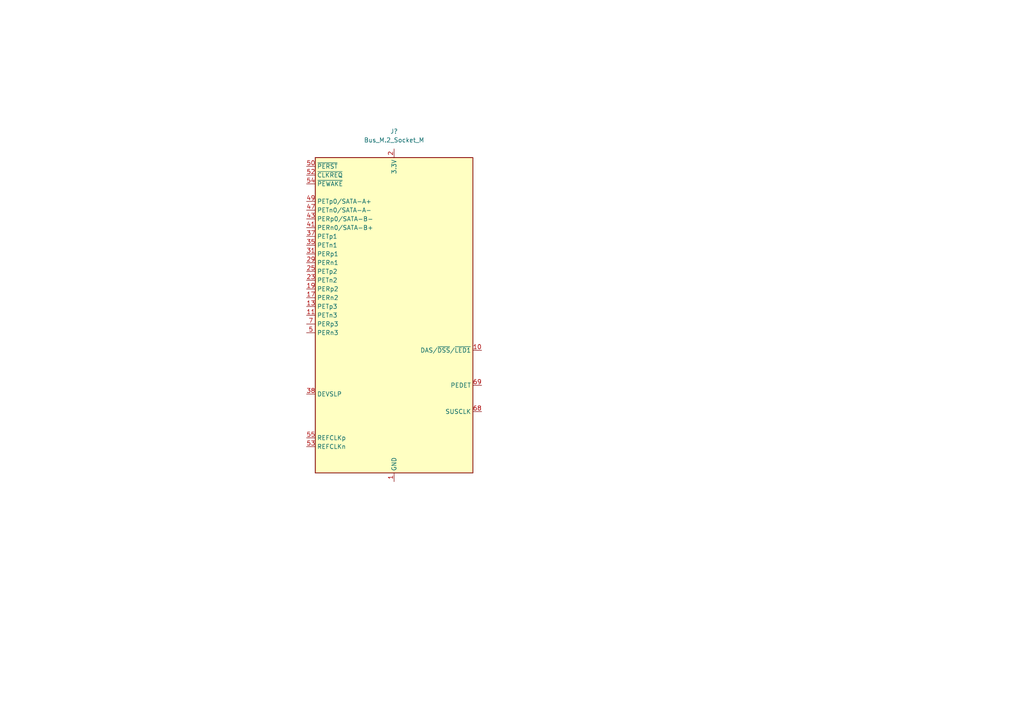
<source format=kicad_sch>
(kicad_sch (version 20201015) (generator eeschema)
  (paper "A4")
  (lib_symbols
    (symbol "Connector:Bus_M.2_Socket_M"
      (property "Reference" "J" (at -22.86 46.99 0))
      (property "Value" "Bus_M.2_Socket_M" (at 16.51 46.99 0))
      (symbol "Bus_M.2_Socket_M_0_1"
        (rectangle (start -22.86 45.72) (end 22.86 -45.72) (stroke (width 0.254)) (fill (type background)))
      )
      (symbol "Bus_M.2_Socket_M_1_1"
        (pin power_in line (at 0 -48.26 90) (length 2.54) (name "GND") (number "1"))
        (pin bidirectional line (at 25.4 -10.16 180) (length 2.54) (name "DAS/~DSS~/~LED1") (number "10"))
        (pin output line (at -25.4 0 0) (length 2.54) (name "PETn3") (number "11"))
        (pin passive line (at 0 48.26 270) (length 2.54) hide (name "3.3V") (number "12"))
        (pin output line (at -25.4 2.54 0) (length 2.54) (name "PETp3") (number "13"))
        (pin passive line (at 0 48.26 270) (length 2.54) hide (name "3.3V") (number "14"))
        (pin passive line (at 0 -48.26 90) (length 2.54) hide (name "GND") (number "15"))
        (pin passive line (at 0 48.26 270) (length 2.54) hide (name "3.3V") (number "16"))
        (pin input line (at -25.4 5.08 0) (length 2.54) (name "PERn2") (number "17"))
        (pin passive line (at 0 48.26 270) (length 2.54) hide (name "3.3V") (number "18"))
        (pin input line (at -25.4 7.62 0) (length 2.54) (name "PERp2") (number "19"))
        (pin power_in line (at 0 48.26 270) (length 2.54) (name "3.3V") (number "2"))
        (pin unconnected line (at 22.86 2.54 180) (length 2.54) hide (name "NC") (number "20"))
        (pin passive line (at 0 -48.26 90) (length 2.54) hide (name "GND") (number "21"))
        (pin unconnected line (at 22.86 5.08 180) (length 2.54) hide (name "NC") (number "22"))
        (pin output line (at -25.4 10.16 0) (length 2.54) (name "PETn2") (number "23"))
        (pin unconnected line (at 22.86 7.62 180) (length 2.54) hide (name "NC") (number "24"))
        (pin output line (at -25.4 12.7 0) (length 2.54) (name "PETp2") (number "25"))
        (pin unconnected line (at 22.86 10.16 180) (length 2.54) hide (name "NC") (number "26"))
        (pin passive line (at 0 -48.26 90) (length 2.54) hide (name "GND") (number "27"))
        (pin unconnected line (at 22.86 12.7 180) (length 2.54) hide (name "NC") (number "28"))
        (pin input line (at -25.4 15.24 0) (length 2.54) (name "PERn1") (number "29"))
        (pin passive line (at 0 -48.26 90) (length 2.54) hide (name "GND") (number "3"))
        (pin unconnected line (at 22.86 15.24 180) (length 2.54) hide (name "NC") (number "30"))
        (pin input line (at -25.4 17.78 0) (length 2.54) (name "PERp1") (number "31"))
        (pin unconnected line (at 22.86 17.78 180) (length 2.54) hide (name "NC") (number "32"))
        (pin passive line (at 0 -48.26 90) (length 2.54) hide (name "GND") (number "33"))
        (pin unconnected line (at 22.86 20.32 180) (length 2.54) hide (name "NC") (number "34"))
        (pin output line (at -25.4 20.32 0) (length 2.54) (name "PETn1") (number "35"))
        (pin unconnected line (at 22.86 22.86 180) (length 2.54) hide (name "NC") (number "36"))
        (pin output line (at -25.4 22.86 0) (length 2.54) (name "PETp1") (number "37"))
        (pin output line (at -25.4 -22.86 0) (length 2.54) (name "DEVSLP") (number "38"))
        (pin passive line (at 0 -48.26 90) (length 2.54) hide (name "GND") (number "39"))
        (pin passive line (at 0 48.26 270) (length 2.54) hide (name "3.3V") (number "4"))
        (pin unconnected line (at 22.86 25.4 180) (length 2.54) hide (name "NC") (number "40"))
        (pin input line (at -25.4 25.4 0) (length 2.54) (name "PERn0/SATA-B+") (number "41"))
        (pin unconnected line (at 22.86 27.94 180) (length 2.54) hide (name "NC") (number "42"))
        (pin input line (at -25.4 27.94 0) (length 2.54) (name "PERp0/SATA-B-") (number "43"))
        (pin unconnected line (at 22.86 30.48 180) (length 2.54) hide (name "NC") (number "44"))
        (pin passive line (at 0 -48.26 90) (length 2.54) hide (name "GND") (number "45"))
        (pin unconnected line (at 22.86 33.02 180) (length 2.54) hide (name "NC") (number "46"))
        (pin output line (at -25.4 30.48 0) (length 2.54) (name "PETn0/SATA-A-") (number "47"))
        (pin unconnected line (at 22.86 35.56 180) (length 2.54) hide (name "NC") (number "48"))
        (pin output line (at -25.4 33.02 0) (length 2.54) (name "PETp0/SATA-A+") (number "49"))
        (pin input line (at -25.4 -5.08 0) (length 2.54) (name "PERn3") (number "5"))
        (pin output line (at -25.4 43.18 0) (length 2.54) (name "~PERST") (number "50"))
        (pin passive line (at 0 -48.26 90) (length 2.54) hide (name "GND") (number "51"))
        (pin bidirectional line (at -25.4 40.64 0) (length 2.54) (name "~CLKREQ") (number "52"))
        (pin output line (at -25.4 -38.1 0) (length 2.54) (name "REFCLKn") (number "53"))
        (pin bidirectional line (at -25.4 38.1 0) (length 2.54) (name "~PEWAKE") (number "54"))
        (pin output line (at -25.4 -35.56 0) (length 2.54) (name "REFCLKp") (number "55"))
        (pin unconnected line (at 22.86 38.1 180) (length 2.54) hide (name "NC") (number "56"))
        (pin passive line (at 0 -48.26 90) (length 2.54) hide (name "GND") (number "57"))
        (pin unconnected line (at 22.86 40.64 180) (length 2.54) hide (name "NC") (number "58"))
        (pin unconnected line (at 22.86 -2.54 180) (length 2.54) hide (name "NC") (number "6"))
        (pin unconnected line (at 22.86 -5.08 180) (length 2.54) hide (name "NC") (number "67"))
        (pin output line (at 25.4 -27.94 180) (length 2.54) (name "SUSCLK") (number "68"))
        (pin passive line (at 25.4 -20.32 180) (length 2.54) (name "PEDET") (number "69"))
        (pin input line (at -25.4 -2.54 0) (length 2.54) (name "PERp3") (number "7"))
        (pin passive line (at 0 48.26 270) (length 2.54) hide (name "3.3V") (number "70"))
        (pin passive line (at 0 -48.26 90) (length 2.54) hide (name "GND") (number "71"))
        (pin passive line (at 0 48.26 270) (length 2.54) hide (name "3.3V") (number "72"))
        (pin passive line (at 0 -48.26 90) (length 2.54) hide (name "GND") (number "73"))
        (pin passive line (at 0 48.26 270) (length 2.54) hide (name "3.3V") (number "74"))
        (pin passive line (at 0 -48.26 90) (length 2.54) hide (name "GND") (number "75"))
        (pin unconnected line (at 22.86 0 180) (length 2.54) hide (name "NC") (number "8"))
        (pin passive line (at 0 -48.26 90) (length 2.54) hide (name "GND") (number "9"))
      )
    )
  )
  (symbol (lib_id "Connector:Bus_M.2_Socket_M") (at 114.3 91.44 0) (unit 1)
    (property "Reference" "J?" (at 114.3 38.1 0))
    (property "Value" "Bus_M.2_Socket_M" (at 114.3 40.64 0))
    (property "Datasheet" "http://read.pudn.com/downloads794/doc/project/3133918/PCIe_M.2_Electromechanical_Spec_Rev1.0_Final_11012013_RS_Clean.pdf#page=155" (effects hide))
  )
)
</source>
